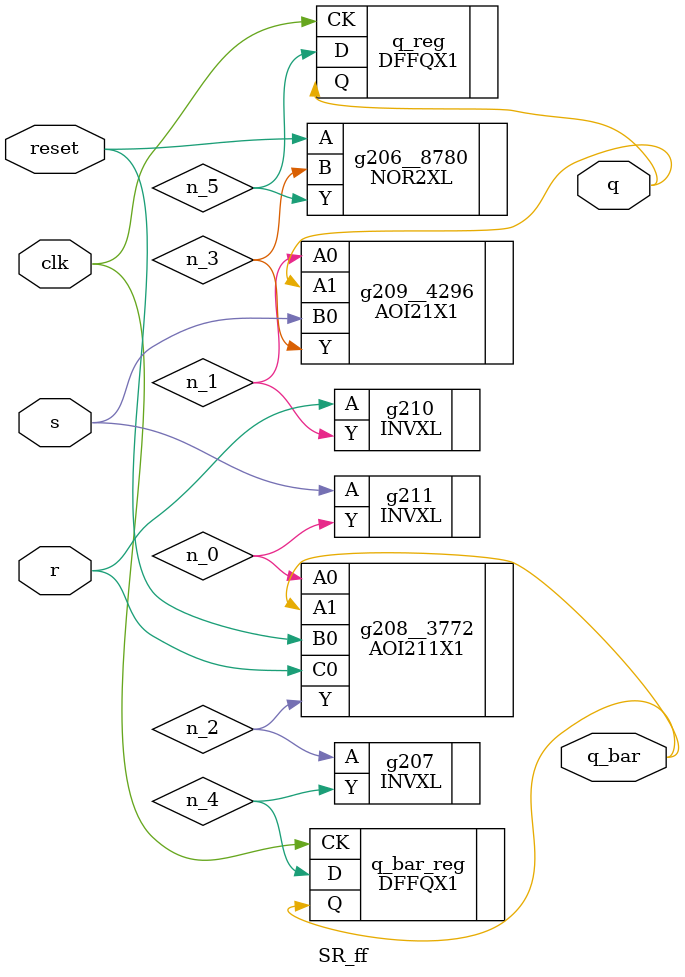
<source format=v>


// Verification Directory fv/SR_ff 

module SR_ff(s, r, clk, reset, q, q_bar);
  input s, r, clk, reset;
  output q, q_bar;
  wire s, r, clk, reset;
  wire q, q_bar;
  wire n_0, n_1, n_2, n_3, n_4, n_5;
  DFFQX1 q_reg(.CK (clk), .D (n_5), .Q (q));
  DFFQX1 q_bar_reg(.CK (clk), .D (n_4), .Q (q_bar));
  NOR2XL g206__8780(.A (reset), .B (n_3), .Y (n_5));
  INVXL g207(.A (n_2), .Y (n_4));
  AOI21X1 g209__4296(.A0 (n_1), .A1 (q), .B0 (s), .Y (n_3));
  AOI211X1 g208__3772(.A0 (n_0), .A1 (q_bar), .B0 (reset), .C0 (r), .Y
       (n_2));
  INVXL g210(.A (r), .Y (n_1));
  INVXL g211(.A (s), .Y (n_0));
endmodule


</source>
